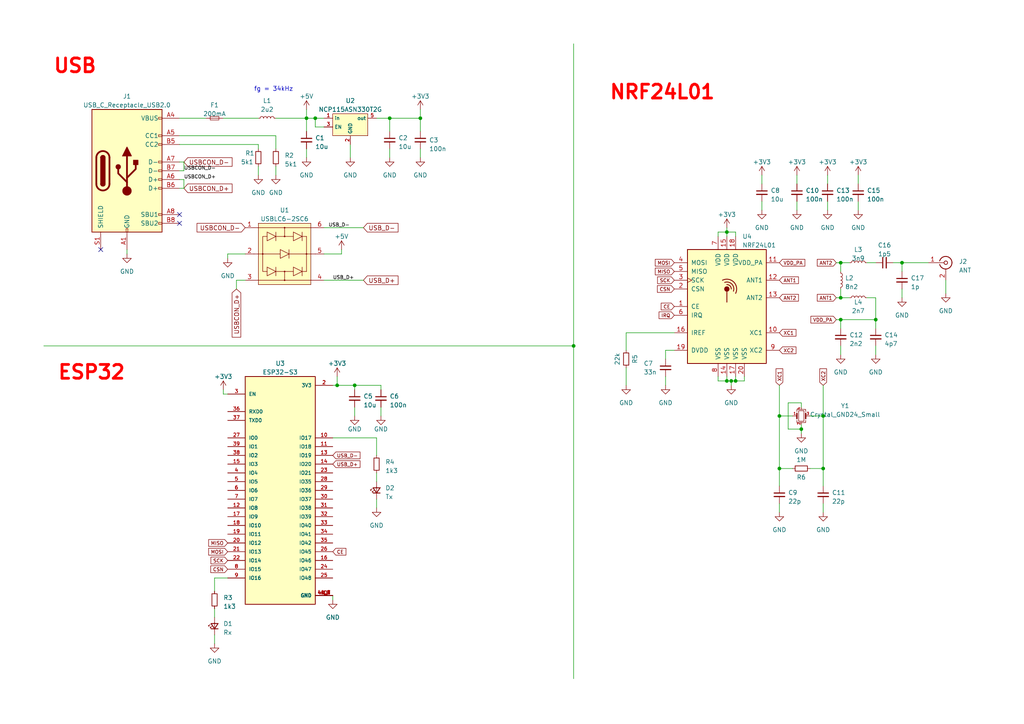
<source format=kicad_sch>
(kicad_sch (version 20230121) (generator eeschema)
  (paper "A4")
  (title_block (title "ESP_RFLINK") (date "31.08.23") (rev "1") (company "Thomas S. Perri"))
  (lib_symbols
    (symbol "Connector:Conn_Coaxial" (pin_names (offset 1.016) hide)
      (property "Reference" "J" (at 0.254 3.048 0))
      (property "Value" "Conn_Coaxial" (at 2.921 0 90))
      (symbol "Conn_Coaxial_0_1"
        (arc (start -1.778 -0.508) (mid 0.2311 -1.8066) (end 1.778 0) (stroke (width 0.254)))
        (polyline (pts (xy -2.54 0) (xy -0.508 0)))
        (polyline (pts (xy 0 -2.54) (xy 0 -1.778)))
        (circle (center 0 0) (radius 0.508) (stroke (width 0.2032)))
        (arc (start 1.778 0) (mid 0.2099 1.8101) (end -1.778 0.508) (stroke (width 0.254)))
      )
      (symbol "Conn_Coaxial_1_1"
        (pin passive line (at -5.08 0 0) (length 2.54) (name "In") (number "1"))
        (pin passive line (at 0 -5.08 90) (length 2.54) (name "Ext") (number "2"))
      )
    )
    (symbol "Connector:USB_C_Receptacle_USB2.0" (pin_names (offset 1.016))
      (property "Reference" "J" (at -10.16 19.05 0))
      (property "Value" "USB_C_Receptacle_USB2.0" (at 19.05 19.05 0))
      (symbol "USB_C_Receptacle_USB2.0_0_0"
        (rectangle (start -0.254 -17.78) (end 0.254 -16.764))
        (rectangle (start 10.16 -14.986) (end 9.144 -15.494))
        (rectangle (start 10.16 -12.446) (end 9.144 -12.954))
        (rectangle (start 10.16 -4.826) (end 9.144 -5.334))
        (rectangle (start 10.16 -2.286) (end 9.144 -2.794))
        (rectangle (start 10.16 0.254) (end 9.144 -0.254))
        (rectangle (start 10.16 2.794) (end 9.144 2.286))
        (rectangle (start 10.16 7.874) (end 9.144 7.366))
        (rectangle (start 10.16 10.414) (end 9.144 9.906))
        (rectangle (start 10.16 15.494) (end 9.144 14.986))
      )
      (symbol "USB_C_Receptacle_USB2.0_0_1"
        (rectangle (start -10.16 17.78) (end 10.16 -17.78) (stroke (width 0.254)) (fill (type background)))
        (arc (start -8.89 -3.81) (mid -6.985 -5.7067) (end -5.08 -3.81) (stroke (width 0.508)))
        (arc (start -7.62 -3.81) (mid -6.985 -4.4423) (end -6.35 -3.81) (stroke (width 0.254)))
        (arc (start -7.62 -3.81) (mid -6.985 -4.4423) (end -6.35 -3.81) (stroke (width 0.254)) (fill (type outline)))
        (rectangle (start -7.62 -3.81) (end -6.35 3.81) (stroke (width 0.254)) (fill (type outline)))
        (arc (start -6.35 3.81) (mid -6.985 4.4423) (end -7.62 3.81) (stroke (width 0.254)))
        (arc (start -6.35 3.81) (mid -6.985 4.4423) (end -7.62 3.81) (stroke (width 0.254)) (fill (type outline)))
        (arc (start -5.08 3.81) (mid -6.985 5.7067) (end -8.89 3.81) (stroke (width 0.508)))
        (circle (center -2.54 1.143) (radius 0.635) (stroke (width 0.254)) (fill (type outline)))
        (circle (center 0 -5.842) (radius 1.27) (fill (type outline)))
        (polyline (pts (xy -8.89 -3.81) (xy -8.89 3.81)) (stroke (width 0.508)))
        (polyline (pts (xy -5.08 3.81) (xy -5.08 -3.81)) (stroke (width 0.508)))
        (polyline (pts (xy 0 -5.842) (xy 0 4.318)) (stroke (width 0.508)))
        (polyline (pts (xy 0 -3.302) (xy -2.54 -0.762) (xy -2.54 0.508)) (stroke (width 0.508)))
        (polyline (pts (xy 0 -2.032) (xy 2.54 0.508) (xy 2.54 1.778)) (stroke (width 0.508)))
        (polyline (pts (xy -1.27 4.318) (xy 0 6.858) (xy 1.27 4.318) (xy -1.27 4.318)) (stroke (width 0.254)) (fill (type outline)))
        (rectangle (start 1.905 1.778) (end 3.175 3.048) (stroke (width 0.254)) (fill (type outline)))
      )
      (symbol "USB_C_Receptacle_USB2.0_1_1"
        (pin passive line (at 0 -22.86 90) (length 5.08) (name "GND") (number "A1"))
        (pin passive line (at 0 -22.86 90) (length 5.08) hide (name "GND") (number "A12"))
        (pin passive line (at 15.24 15.24 180) (length 5.08) (name "VBUS") (number "A4"))
        (pin bidirectional line (at 15.24 10.16 180) (length 5.08) (name "CC1") (number "A5"))
        (pin bidirectional line (at 15.24 -2.54 180) (length 5.08) (name "D+") (number "A6"))
        (pin bidirectional line (at 15.24 2.54 180) (length 5.08) (name "D-") (number "A7"))
        (pin bidirectional line (at 15.24 -12.7 180) (length 5.08) (name "SBU1") (number "A8"))
        (pin passive line (at 15.24 15.24 180) (length 5.08) hide (name "VBUS") (number "A9"))
        (pin passive line (at 0 -22.86 90) (length 5.08) hide (name "GND") (number "B1"))
        (pin passive line (at 0 -22.86 90) (length 5.08) hide (name "GND") (number "B12"))
        (pin passive line (at 15.24 15.24 180) (length 5.08) hide (name "VBUS") (number "B4"))
        (pin bidirectional line (at 15.24 7.62 180) (length 5.08) (name "CC2") (number "B5"))
        (pin bidirectional line (at 15.24 -5.08 180) (length 5.08) (name "D+") (number "B6"))
        (pin bidirectional line (at 15.24 0 180) (length 5.08) (name "D-") (number "B7"))
        (pin bidirectional line (at 15.24 -15.24 180) (length 5.08) (name "SBU2") (number "B8"))
        (pin passive line (at 15.24 15.24 180) (length 5.08) hide (name "VBUS") (number "B9"))
        (pin passive line (at -7.62 -22.86 90) (length 5.08) (name "SHIELD") (number "S1"))
      )
    )
    (symbol "Device:C_Small" (pin_numbers hide) (pin_names (offset 0.254) hide)
      (property "Reference" "C" (at 0.254 1.778 0))
      (property "Value" "C_Small" (at 0.254 -2.032 0))
      (symbol "C_Small_0_1"
        (polyline (pts (xy -1.524 -0.508) (xy 1.524 -0.508)) (stroke (width 0.3302)))
        (polyline (pts (xy -1.524 0.508) (xy 1.524 0.508)) (stroke (width 0.3048)))
      )
      (symbol "C_Small_1_1"
        (pin passive line (at 0 2.54 270) (length 2.032) (name "~") (number "1"))
        (pin passive line (at 0 -2.54 90) (length 2.032) (name "~") (number "2"))
      )
    )
    (symbol "Device:Crystal_GND24_Small" (pin_names (offset 1.016) hide)
      (property "Reference" "Y" (at 1.27 4.445 0))
      (property "Value" "Crystal_GND24_Small" (at 1.27 2.54 0))
      (symbol "Crystal_GND24_Small_0_1"
        (rectangle (start -0.762 -1.524) (end 0.762 1.524))
        (polyline (pts (xy -1.27 -0.762) (xy -1.27 0.762)) (stroke (width 0.381)))
        (polyline (pts (xy 1.27 -0.762) (xy 1.27 0.762)) (stroke (width 0.381)))
        (polyline (pts (xy -1.27 -1.27) (xy -1.27 -1.905) (xy 1.27 -1.905) (xy 1.27 -1.27)))
        (polyline (pts (xy -1.27 1.27) (xy -1.27 1.905) (xy 1.27 1.905) (xy 1.27 1.27)))
      )
      (symbol "Crystal_GND24_Small_1_1"
        (pin passive line (at -2.54 0 0) (length 1.27) (name "1") (number "1"))
        (pin passive line (at 0 -2.54 90) (length 0.635) (name "2") (number "2"))
        (pin passive line (at 2.54 0 180) (length 1.27) (name "3") (number "3"))
        (pin passive line (at 0 2.54 270) (length 0.635) (name "4") (number "4"))
      )
    )
    (symbol "Device:Fuse_Small" (pin_numbers hide) (pin_names (offset 0.254) hide)
      (property "Reference" "F" (at 0 -1.524 0))
      (property "Value" "Fuse_Small" (at 0 1.524 0))
      (symbol "Fuse_Small_0_1"
        (rectangle (start -1.27 0.508) (end 1.27 -0.508))
        (polyline (pts (xy -1.27 0) (xy 1.27 0)))
      )
      (symbol "Fuse_Small_1_1"
        (pin passive line (at -2.54 0 0) (length 1.27) (name "~") (number "1"))
        (pin passive line (at 2.54 0 180) (length 1.27) (name "~") (number "2"))
      )
    )
    (symbol "Device:LED_Small" (pin_numbers hide) (pin_names (offset 0.254) hide)
      (property "Reference" "D" (at -1.27 3.175 0))
      (property "Value" "LED_Small" (at -4.445 -2.54 0))
      (symbol "LED_Small_0_1"
        (polyline (pts (xy -0.762 -1.016) (xy -0.762 1.016)) (stroke (width 0.254)))
        (polyline (pts (xy 1.016 0) (xy -0.762 0)))
        (polyline (pts (xy 0.762 -1.016) (xy -0.762 0) (xy 0.762 1.016) (xy 0.762 -1.016)) (stroke (width 0.254)))
        (polyline (pts (xy 0 0.762) (xy -0.508 1.27) (xy -0.254 1.27) (xy -0.508 1.27) (xy -0.508 1.016)))
        (polyline (pts (xy 0.508 1.27) (xy 0 1.778) (xy 0.254 1.778) (xy 0 1.778) (xy 0 1.524)))
      )
      (symbol "LED_Small_1_1"
        (pin passive line (at -2.54 0 0) (length 1.778) (name "K") (number "1"))
        (pin passive line (at 2.54 0 180) (length 1.778) (name "A") (number "2"))
      )
    )
    (symbol "Device:L_Small" (pin_numbers hide) (pin_names (offset 0.254) hide)
      (property "Reference" "L" (at 0.762 1.016 0))
      (property "Value" "L_Small" (at 0.762 -1.016 0))
      (symbol "L_Small_0_1"
        (arc (start 0 -2.032) (mid 0.5058 -1.524) (end 0 -1.016))
        (arc (start 0 -1.016) (mid 0.5058 -0.508) (end 0 0))
        (arc (start 0 0) (mid 0.5058 0.508) (end 0 1.016))
        (arc (start 0 1.016) (mid 0.5058 1.524) (end 0 2.032))
      )
      (symbol "L_Small_1_1"
        (pin passive line (at 0 2.54 270) (length 0.508) (name "~") (number "1"))
        (pin passive line (at 0 -2.54 90) (length 0.508) (name "~") (number "2"))
      )
    )
    (symbol "Device:R_Small" (pin_numbers hide) (pin_names (offset 0.254) hide)
      (property "Reference" "R" (at 0.762 0.508 0))
      (property "Value" "R_Small" (at 0.762 -1.016 0))
      (symbol "R_Small_0_1"
        (rectangle (start -0.762 1.778) (end 0.762 -1.778) (stroke (width 0.2032)))
      )
      (symbol "R_Small_1_1"
        (pin passive line (at 0 2.54 270) (length 0.762) (name "~") (number "1"))
        (pin passive line (at 0 -2.54 90) (length 0.762) (name "~") (number "2"))
      )
    )
    (symbol "ESP32-S3-WROOM-1-N8R8:ESP32-S3-WROOM-1-N8R8" (pin_names (offset 1.016))
      (property "Reference" "U" (at -10.16 34.1122 0))
      (property "Value" "ESP32-S3" (at -10.16 -35.56 0))
      (symbol "ESP32-S3-WROOM-1-N8R8_0_0"
        (rectangle (start -10.16 33.02) (end 10.16 -33.02) (stroke (width 0.254)) (fill (type background)))
        (pin power_in line (at 15.24 -30.48 180) (length 5.08) (name "GND") (number "1"))
        (pin bidirectional line (at 15.24 15.24 180) (length 5.08) (name "IO17") (number "10"))
        (pin bidirectional line (at 15.24 12.7 180) (length 5.08) (name "IO18") (number "11"))
        (pin bidirectional line (at -15.24 -5.08 0) (length 5.08) (name "IO8") (number "12"))
        (pin bidirectional line (at 15.24 10.16 180) (length 5.08) (name "IO19") (number "13"))
        (pin bidirectional line (at 15.24 7.62 180) (length 5.08) (name "IO20") (number "14"))
        (pin bidirectional line (at -15.24 7.62 0) (length 5.08) (name "IO3") (number "15"))
        (pin bidirectional line (at 15.24 -20.32 180) (length 5.08) (name "IO46") (number "16"))
        (pin bidirectional line (at -15.24 -7.62 0) (length 5.08) (name "IO9") (number "17"))
        (pin bidirectional line (at -15.24 -10.16 0) (length 5.08) (name "IO10") (number "18"))
        (pin bidirectional line (at -15.24 -12.7 0) (length 5.08) (name "IO11") (number "19"))
        (pin power_in line (at 15.24 30.48 180) (length 5.08) (name "3V3") (number "2"))
        (pin bidirectional line (at -15.24 -15.24 0) (length 5.08) (name "IO12") (number "20"))
        (pin bidirectional line (at -15.24 -17.78 0) (length 5.08) (name "IO13") (number "21"))
        (pin bidirectional line (at -15.24 -20.32 0) (length 5.08) (name "IO14") (number "22"))
        (pin bidirectional line (at 15.24 5.08 180) (length 5.08) (name "IO21") (number "23"))
        (pin bidirectional line (at 15.24 -22.86 180) (length 5.08) (name "IO47") (number "24"))
        (pin bidirectional line (at 15.24 -25.4 180) (length 5.08) (name "IO48") (number "25"))
        (pin bidirectional line (at 15.24 -17.78 180) (length 5.08) (name "IO45") (number "26"))
        (pin bidirectional line (at -15.24 15.24 0) (length 5.08) (name "IO0") (number "27"))
        (pin bidirectional line (at 15.24 2.54 180) (length 5.08) (name "IO35") (number "28"))
        (pin bidirectional line (at 15.24 0 180) (length 5.08) (name "IO36") (number "29"))
        (pin input line (at -15.24 27.94 0) (length 5.08) (name "EN") (number "3"))
        (pin bidirectional line (at 15.24 -2.54 180) (length 5.08) (name "IO37") (number "30"))
        (pin bidirectional line (at 15.24 -5.08 180) (length 5.08) (name "IO38") (number "31"))
        (pin bidirectional line (at 15.24 -7.62 180) (length 5.08) (name "IO39") (number "32"))
        (pin bidirectional line (at 15.24 -10.16 180) (length 5.08) (name "IO40") (number "33"))
        (pin bidirectional line (at 15.24 -12.7 180) (length 5.08) (name "IO41") (number "34"))
        (pin bidirectional line (at 15.24 -15.24 180) (length 5.08) (name "IO42") (number "35"))
        (pin bidirectional line (at -15.24 22.86 0) (length 5.08) (name "RXD0") (number "36"))
        (pin bidirectional line (at -15.24 20.32 0) (length 5.08) (name "TXD0") (number "37"))
        (pin bidirectional line (at -15.24 10.16 0) (length 5.08) (name "IO2") (number "38"))
        (pin bidirectional line (at -15.24 12.7 0) (length 5.08) (name "IO1") (number "39"))
        (pin bidirectional line (at -15.24 5.08 0) (length 5.08) (name "IO4") (number "4"))
        (pin power_in line (at 15.24 -30.48 180) (length 5.08) (name "GND") (number "40"))
        (pin power_in line (at 15.24 -30.48 180) (length 5.08) (name "GND") (number "41_1"))
        (pin power_in line (at 15.24 -30.48 180) (length 5.08) (name "GND") (number "41_2"))
        (pin power_in line (at 15.24 -30.48 180) (length 5.08) (name "GND") (number "41_3"))
        (pin power_in line (at 15.24 -30.48 180) (length 5.08) (name "GND") (number "41_4"))
        (pin power_in line (at 15.24 -30.48 180) (length 5.08) (name "GND") (number "41_5"))
        (pin power_in line (at 15.24 -30.48 180) (length 5.08) (name "GND") (number "41_6"))
        (pin power_in line (at 15.24 -30.48 180) (length 5.08) (name "GND") (number "41_7"))
        (pin power_in line (at 15.24 -30.48 180) (length 5.08) (name "GND") (number "41_8"))
        (pin power_in line (at 15.24 -30.48 180) (length 5.08) (name "GND") (number "41_9"))
        (pin bidirectional line (at -15.24 2.54 0) (length 5.08) (name "IO5") (number "5"))
        (pin bidirectional line (at -15.24 0 0) (length 5.08) (name "IO6") (number "6"))
        (pin bidirectional line (at -15.24 -2.54 0) (length 5.08) (name "IO7") (number "7"))
        (pin bidirectional line (at -15.24 -22.86 0) (length 5.08) (name "IO15") (number "8"))
        (pin bidirectional line (at -15.24 -25.4 0) (length 5.08) (name "IO16") (number "9"))
      )
    )
    (symbol "NCP115ASN330T2G:NCP115ASN330T2G"
      (property "Reference" "U" (at -6.35 3.81 0))
      (property "Value" "NCP115ASN330T2G" (at 1.27 6.35 0))
      (symbol "NCP115ASN330T2G_0_1"
        (rectangle (start -5.08 2.54) (end 5.08 -3.81) (fill (type background)))
      )
      (symbol "NCP115ASN330T2G_1_1"
        (pin input line (at -7.62 1.27 0) (length 2.54) (name "in") (number "1"))
        (pin input line (at 0 -6.35 90) (length 2.54) (name "GND") (number "2"))
        (pin input line (at -7.62 -1.27 0) (length 2.54) (name "EN") (number "3"))
        (pin output line (at 7.62 1.27 180) (length 2.54) (name "out") (number "5"))
      )
    )
    (symbol "RF:NRF24L01" (pin_names (offset 1.016))
      (property "Reference" "U" (at -11.43 17.78 0))
      (property "Value" "NRF24L01" (at 5.08 17.78 0))
      (symbol "NRF24L01_0_1"
        (rectangle (start -11.43 16.51) (end 11.43 -16.51) (stroke (width 0.254)) (fill (type background)))
        (polyline (pts (xy 0 4.445) (xy 0 1.27)) (stroke (width 0.254)))
        (circle (center 0 5.08) (radius 0.635) (stroke (width 0.254)) (fill (type outline)))
        (arc (start 1.27 5.08) (mid 0.9071 5.9946) (end 0 6.35) (stroke (width 0.254)))
        (arc (start 1.905 4.445) (mid 1.4313 6.5254) (end -0.635 6.985) (stroke (width 0.254)))
        (arc (start 2.54 3.81) (mid 2.008 7.088) (end -1.27 7.62) (stroke (width 0.254)))
        (rectangle (start 11.43 -13.97) (end 11.43 -13.97))
      )
      (symbol "NRF24L01_1_1"
        (pin input line (at -15.24 0 0) (length 3.81) (name "CE") (number "1"))
        (pin passive line (at 15.24 -7.62 180) (length 3.81) (name "XC1") (number "10"))
        (pin power_out line (at 15.24 12.7 180) (length 3.81) (name "VDD_PA") (number "11"))
        (pin passive line (at 15.24 7.62 180) (length 3.81) (name "ANT1") (number "12"))
        (pin passive line (at 15.24 2.54 180) (length 3.81) (name "ANT2") (number "13"))
        (pin power_in line (at 0 -20.32 90) (length 3.81) (name "VSS") (number "14"))
        (pin power_in line (at 0 20.32 270) (length 3.81) (name "VDD") (number "15"))
        (pin passive line (at -15.24 -7.62 0) (length 3.81) (name "IREF") (number "16"))
        (pin power_in line (at 2.54 -20.32 90) (length 3.81) (name "VSS") (number "17"))
        (pin power_in line (at 2.54 20.32 270) (length 3.81) (name "VDD") (number "18"))
        (pin power_out line (at -15.24 -12.7 0) (length 3.81) (name "DVDD") (number "19"))
        (pin input line (at -15.24 5.08 0) (length 3.81) (name "CSN") (number "2"))
        (pin power_in line (at 5.08 -20.32 90) (length 3.81) (name "VSS") (number "20"))
        (pin input clock (at -15.24 7.62 0) (length 3.81) (name "SCK") (number "3"))
        (pin input line (at -15.24 12.7 0) (length 3.81) (name "MOSI") (number "4"))
        (pin output line (at -15.24 10.16 0) (length 3.81) (name "MISO") (number "5"))
        (pin output line (at -15.24 -2.54 0) (length 3.81) (name "IRQ") (number "6"))
        (pin power_in line (at -2.54 20.32 270) (length 3.81) (name "VDD") (number "7"))
        (pin power_in line (at -2.54 -20.32 90) (length 3.81) (name "VSS") (number "8"))
        (pin passive line (at 15.24 -12.7 180) (length 3.81) (name "XC2") (number "9"))
      )
    )
    (symbol "USBLC6-2SC6:USBLC6-2SC6" (pin_names (offset 1.016) hide)
      (property "Reference" "U" (at -7.62 7.62 0))
      (property "Value" "USBLC6-2SC6" (at -6.35 -12.7 0))
      (symbol "USBLC6-2SC6_0_1"
        (rectangle (start -7.62 7.62) (end 7.62 -10.16) (fill (type background)))
        (circle (center -6.35 -1.27) (radius 0.156))
        (circle (center 0 -8.89) (radius 0.156))
        (circle (center 0 -6.35) (radius 0.156))
        (polyline (pts (xy -8.89 6.35) (xy -6.35 6.35)))
        (polyline (pts (xy -6.35 -8.89) (xy -8.89 -8.89)))
        (polyline (pts (xy -6.35 -8.89) (xy 6.35 -8.89)))
        (polyline (pts (xy -6.35 -1.27) (xy -8.89 -1.27)))
        (polyline (pts (xy -2.54 -7.62) (xy -2.54 -5.08)))
        (polyline (pts (xy -2.54 2.54) (xy -2.54 5.08)))
        (polyline (pts (xy 0 -6.35) (xy 0 -8.89)))
        (polyline (pts (xy 0 3.81) (xy 0 6.35)))
        (polyline (pts (xy 1.27 -2.54) (xy 1.27 0)))
        (polyline (pts (xy 1.27 -1.27) (xy 6.35 -1.27)))
        (polyline (pts (xy 2.54 3.81) (xy -2.54 3.81)))
        (polyline (pts (xy 5.08 -7.62) (xy 5.08 -5.08)))
        (polyline (pts (xy 5.08 2.54) (xy 5.08 5.08)))
        (polyline (pts (xy 5.08 3.81) (xy 6.35 3.81)))
        (polyline (pts (xy 6.35 -6.35) (xy 5.08 -6.35)))
        (polyline (pts (xy 6.35 6.35) (xy -6.35 6.35)))
        (polyline (pts (xy 6.35 6.35) (xy 8.89 6.35)))
        (polyline (pts (xy 8.89 -8.89) (xy 6.35 -8.89)))
        (polyline (pts (xy 8.89 -1.27) (xy 6.35 -1.27)))
        (polyline (pts (xy -5.08 -6.35) (xy -6.35 -6.35) (xy -6.35 -1.27)))
        (polyline (pts (xy 6.35 1.27) (xy 6.35 3.81) (xy 6.35 -6.35)))
        (polyline (pts (xy -5.08 -5.08) (xy -2.54 -6.35) (xy -5.08 -7.62) (xy -5.08 -5.08)))
        (polyline (pts (xy -5.08 5.08) (xy -2.54 3.81) (xy -5.08 2.54) (xy -5.08 5.08)))
        (polyline (pts (xy -1.27 -1.27) (xy -6.35 -1.27) (xy -6.35 3.81) (xy -5.08 3.81)))
        (polyline (pts (xy -1.27 0) (xy 1.27 -1.27) (xy -1.27 -2.54) (xy -1.27 0)))
        (polyline (pts (xy 2.54 -6.35) (xy -2.54 -6.35) (xy 2.54 -6.35) (xy -2.54 -6.35)))
        (polyline (pts (xy 2.54 -5.08) (xy 5.08 -6.35) (xy 2.54 -7.62) (xy 2.54 -5.08)))
        (polyline (pts (xy 2.54 5.08) (xy 5.08 3.81) (xy 2.54 2.54) (xy 2.54 5.08)))
        (circle (center 0 3.81) (radius 0.156))
        (circle (center 0 6.35) (radius 0.156))
        (circle (center 6.35 -1.27) (radius 0.156))
      )
      (symbol "USBLC6-2SC6_1_1"
        (pin bidirectional line (at -11.43 6.35 0) (length 2.54) (name "") (number "1"))
        (pin power_in line (at -11.43 -1.27 0) (length 2.54) (name "") (number "2"))
        (pin bidirectional line (at -11.43 -8.89 0) (length 2.54) (name "") (number "3"))
        (pin bidirectional line (at 11.43 -8.89 180) (length 2.54) (name "") (number "4"))
        (pin power_in line (at 11.43 -1.27 180) (length 2.54) (name "") (number "5"))
        (pin bidirectional line (at 11.43 6.35 180) (length 2.54) (name "") (number "6"))
      )
    )
    (symbol "power:+3V3" (power) (pin_names (offset 0))
      (property "Value" "+3V3" (at 0 3.556 0))
      (symbol "+3V3_0_1"
        (polyline (pts (xy -0.762 1.27) (xy 0 2.54)))
        (polyline (pts (xy 0 0) (xy 0 2.54)))
        (polyline (pts (xy 0 2.54) (xy 0.762 1.27)))
      )
      (symbol "+3V3_1_1"
        (pin power_in line (at 0 0 90) (length 0) hide (name "+3V3") (number "1"))
      )
    )
    (symbol "power:+5V" (power) (pin_names (offset 0))
      (property "Value" "+5V" (at 0 3.556 0))
      (symbol "+5V_0_1"
        (polyline (pts (xy -0.762 1.27) (xy 0 2.54)))
        (polyline (pts (xy 0 0) (xy 0 2.54)))
        (polyline (pts (xy 0 2.54) (xy 0.762 1.27)))
      )
      (symbol "+5V_1_1"
        (pin power_in line (at 0 0 90) (length 0) hide (name "+5V") (number "1"))
      )
    )
    (symbol "power:GND" (power) (pin_names (offset 0))
      (property "Value" "GND" (at 0 -3.81 0))
      (symbol "GND_0_1"
        (polyline (pts (xy 0 0) (xy 0 -1.27) (xy 1.27 -1.27) (xy 0 -2.54) (xy -1.27 -1.27) (xy 0 -1.27)))
      )
      (symbol "GND_1_1"
        (pin power_in line (at 0 0 270) (length 0) hide (name "GND") (number "1"))
      )
    )
  )
  (junction (at 243.84 76.2))
  (junction (at 243.84 86.36))
  (junction (at 261.62 76.2))
  (junction (at 113.03 34.29))
  (junction (at 238.76 120.65))
  (junction (at 226.06 135.89))
  (junction (at 210.82 110.49))
  (junction (at 213.36 110.49))
  (junction (at 121.92 34.29))
  (junction (at 210.82 67.31))
  (junction (at 226.06 120.65))
  (junction (at 102.87 111.76))
  (junction (at 243.84 92.71))
  (junction (at 91.44 34.29))
  (junction (at 97.79 111.76))
  (junction (at 88.9 34.29))
  (junction (at 254 92.71))
  (junction (at 212.09 110.49))
  (junction (at 166.37 100.33))
  (junction (at 238.76 135.89))
  (junction (at 232.41 124.46))
  (no_connect (at 52.07 64.77))
  (no_connect (at 52.07 62.23))
  (no_connect (at 29.21 72.39))
  (wire (pts (xy 105.41 66.04) (xy 93.98 66.04)))
  (wire (pts (xy 36.83 72.39) (xy 36.83 73.66)))
  (wire (pts (xy 213.36 67.31) (xy 210.82 67.31)))
  (wire (pts (xy 62.23 176.53) (xy 62.23 179.07)))
  (wire (pts (xy 261.62 83.82) (xy 261.62 86.36)))
  (wire (pts (xy 102.87 111.76) (xy 102.87 113.03)))
  (wire (pts (xy 113.03 38.1) (xy 113.03 34.29)))
  (wire (pts (xy 166.37 100.33) (xy 166.37 196.85)))
  (wire (pts (xy 12.7 100.33) (xy 166.37 100.33)))
  (wire (pts (xy 259.08 76.2) (xy 261.62 76.2)))
  (wire (pts (xy 62.23 184.15) (xy 62.23 186.69)))
  (wire (pts (xy 243.84 86.36) (xy 243.84 83.82)))
  (wire (pts (xy 121.92 38.1) (xy 121.92 34.29)))
  (wire (pts (xy 88.9 34.29) (xy 88.9 31.75)))
  (wire (pts (xy 52.07 34.29) (xy 59.69 34.29)))
  (wire (pts (xy 91.44 34.29) (xy 93.98 34.29)))
  (wire (pts (xy 74.93 48.26) (xy 74.93 50.8)))
  (wire (pts (xy 215.9 109.22) (xy 215.9 110.49)))
  (wire (pts (xy 228.6 124.46) (xy 232.41 124.46)))
  (wire (pts (xy 97.79 109.22) (xy 97.79 111.76)))
  (wire (pts (xy 208.28 110.49) (xy 208.28 109.22)))
  (wire (pts (xy 93.98 36.83) (xy 91.44 36.83)))
  (wire (pts (xy 52.07 52.07) (xy 53.34 52.07)))
  (wire (pts (xy 91.44 36.83) (xy 91.44 34.29)))
  (wire (pts (xy 238.76 120.65) (xy 238.76 135.89)))
  (wire (pts (xy 234.95 120.65) (xy 238.76 120.65)))
  (wire (pts (xy 109.22 137.16) (xy 109.22 139.7)))
  (wire (pts (xy 226.06 135.89) (xy 226.06 140.97)))
  (wire (pts (xy 243.84 92.71) (xy 243.84 95.25)))
  (wire (pts (xy 213.36 68.58) (xy 213.36 67.31)))
  (wire (pts (xy 52.07 49.53) (xy 53.34 49.53)))
  (wire (pts (xy 261.62 76.2) (xy 269.24 76.2)))
  (wire (pts (xy 243.84 76.2) (xy 246.38 76.2)))
  (wire (pts (xy 52.07 46.99) (xy 53.34 46.99)))
  (wire (pts (xy 96.52 127) (xy 109.22 127)))
  (wire (pts (xy 242.57 76.2) (xy 243.84 76.2)))
  (wire (pts (xy 80.01 43.18) (xy 80.01 39.37)))
  (wire (pts (xy 226.06 120.65) (xy 229.87 120.65)))
  (wire (pts (xy 213.36 109.22) (xy 213.36 110.49)))
  (wire (pts (xy 212.09 111.76) (xy 212.09 110.49)))
  (wire (pts (xy 274.32 81.28) (xy 274.32 85.09)))
  (wire (pts (xy 261.62 78.74) (xy 261.62 76.2)))
  (wire (pts (xy 243.84 76.2) (xy 243.84 78.74)))
  (wire (pts (xy 96.52 172.72) (xy 96.52 173.99)))
  (wire (pts (xy 68.58 81.28) (xy 71.12 81.28)))
  (wire (pts (xy 251.46 76.2) (xy 254 76.2)))
  (wire (pts (xy 232.41 124.46) (xy 232.41 125.73)))
  (wire (pts (xy 80.01 34.29) (xy 88.9 34.29)))
  (wire (pts (xy 105.41 81.28) (xy 93.98 81.28)))
  (wire (pts (xy 210.82 66.04) (xy 210.82 67.31)))
  (wire (pts (xy 52.07 54.61) (xy 53.34 54.61)))
  (wire (pts (xy 234.95 135.89) (xy 238.76 135.89)))
  (wire (pts (xy 64.77 34.29) (xy 74.93 34.29)))
  (wire (pts (xy 195.58 101.6) (xy 193.04 101.6)))
  (wire (pts (xy 220.98 58.42) (xy 220.98 60.96)))
  (wire (pts (xy 248.92 50.8) (xy 248.92 53.34)))
  (wire (pts (xy 210.82 67.31) (xy 210.82 68.58)))
  (wire (pts (xy 212.09 110.49) (xy 210.82 110.49)))
  (wire (pts (xy 110.49 118.11) (xy 110.49 120.65)))
  (wire (pts (xy 215.9 110.49) (xy 213.36 110.49)))
  (wire (pts (xy 220.98 50.8) (xy 220.98 53.34)))
  (wire (pts (xy 68.58 83.82) (xy 68.58 81.28)))
  (wire (pts (xy 99.06 73.66) (xy 93.98 73.66)))
  (wire (pts (xy 226.06 146.05) (xy 226.06 148.59)))
  (wire (pts (xy 251.46 86.36) (xy 254 86.36)))
  (wire (pts (xy 226.06 111.76) (xy 226.06 120.65)))
  (wire (pts (xy 240.03 50.8) (xy 240.03 53.34)))
  (wire (pts (xy 243.84 100.33) (xy 243.84 102.87)))
  (wire (pts (xy 242.57 92.71) (xy 243.84 92.71)))
  (wire (pts (xy 213.36 110.49) (xy 212.09 110.49)))
  (wire (pts (xy 210.82 110.49) (xy 208.28 110.49)))
  (wire (pts (xy 226.06 120.65) (xy 226.06 135.89)))
  (wire (pts (xy 243.84 92.71) (xy 254 92.71)))
  (wire (pts (xy 53.34 46.99) (xy 53.34 49.53)))
  (wire (pts (xy 166.37 12.7) (xy 166.37 100.33)))
  (wire (pts (xy 102.87 118.11) (xy 102.87 120.65)))
  (wire (pts (xy 208.28 68.58) (xy 208.28 67.31)))
  (wire (pts (xy 254 100.33) (xy 254 102.87)))
  (wire (pts (xy 238.76 135.89) (xy 238.76 140.97)))
  (wire (pts (xy 110.49 111.76) (xy 102.87 111.76)))
  (wire (pts (xy 232.41 118.11) (xy 232.41 116.84)))
  (wire (pts (xy 113.03 34.29) (xy 109.22 34.29)))
  (wire (pts (xy 254 86.36) (xy 254 92.71)))
  (wire (pts (xy 71.12 73.66) (xy 66.04 73.66)))
  (wire (pts (xy 240.03 58.42) (xy 240.03 60.96)))
  (wire (pts (xy 99.06 72.39) (xy 99.06 73.66)))
  (wire (pts (xy 195.58 96.52) (xy 181.61 96.52)))
  (wire (pts (xy 246.38 86.36) (xy 243.84 86.36)))
  (wire (pts (xy 231.14 50.8) (xy 231.14 53.34)))
  (wire (pts (xy 52.07 41.91) (xy 74.93 41.91)))
  (wire (pts (xy 101.6 41.91) (xy 101.6 45.72)))
  (wire (pts (xy 62.23 167.64) (xy 66.04 167.64)))
  (wire (pts (xy 238.76 111.76) (xy 238.76 120.65)))
  (wire (pts (xy 181.61 106.68) (xy 181.61 111.76)))
  (wire (pts (xy 64.77 114.3) (xy 66.04 114.3)))
  (wire (pts (xy 64.77 113.03) (xy 64.77 114.3)))
  (wire (pts (xy 210.82 109.22) (xy 210.82 110.49)))
  (wire (pts (xy 242.57 86.36) (xy 243.84 86.36)))
  (wire (pts (xy 113.03 43.18) (xy 113.03 45.72)))
  (wire (pts (xy 121.92 31.75) (xy 121.92 34.29)))
  (wire (pts (xy 80.01 39.37) (xy 52.07 39.37)))
  (wire (pts (xy 121.92 43.18) (xy 121.92 45.72)))
  (wire (pts (xy 228.6 116.84) (xy 228.6 124.46)))
  (wire (pts (xy 254 92.71) (xy 254 95.25)))
  (wire (pts (xy 88.9 34.29) (xy 91.44 34.29)))
  (wire (pts (xy 80.01 48.26) (xy 80.01 50.8)))
  (wire (pts (xy 88.9 43.18) (xy 88.9 45.72)))
  (wire (pts (xy 113.03 34.29) (xy 121.92 34.29)))
  (wire (pts (xy 193.04 101.6) (xy 193.04 104.14)))
  (wire (pts (xy 238.76 146.05) (xy 238.76 148.59)))
  (wire (pts (xy 74.93 41.91) (xy 74.93 43.18)))
  (wire (pts (xy 66.04 73.66) (xy 66.04 74.93)))
  (wire (pts (xy 109.22 127) (xy 109.22 132.08)))
  (wire (pts (xy 110.49 113.03) (xy 110.49 111.76)))
  (wire (pts (xy 88.9 34.29) (xy 88.9 38.1)))
  (wire (pts (xy 226.06 135.89) (xy 229.87 135.89)))
  (wire (pts (xy 97.79 111.76) (xy 96.52 111.76)))
  (wire (pts (xy 181.61 96.52) (xy 181.61 101.6)))
  (wire (pts (xy 109.22 144.78) (xy 109.22 147.32)))
  (wire (pts (xy 62.23 171.45) (xy 62.23 167.64)))
  (wire (pts (xy 232.41 123.19) (xy 232.41 124.46)))
  (wire (pts (xy 193.04 109.22) (xy 193.04 111.76)))
  (wire (pts (xy 248.92 58.42) (xy 248.92 60.96)))
  (wire (pts (xy 53.34 52.07) (xy 53.34 54.61)))
  (wire (pts (xy 102.87 111.76) (xy 97.79 111.76)))
  (wire (pts (xy 232.41 116.84) (xy 228.6 116.84)))
  (wire (pts (xy 231.14 58.42) (xy 231.14 60.96)))
  (wire (pts (xy 208.28 67.31) (xy 210.82 67.31)))
  (text "ESP32" (at 16.51 110.49 0) (effects (font (size 4 4) (thickness 0.8) bold) (justify left bottom)))
  (text "fg = 34kHz" (at 73.66 26.67 0) (effects (font (size 1.27 1.27)) (justify left bottom)))
  (text "USB\n" (at 15.24 21.59 0) (effects (font (size 4 4) (thickness 0.8) bold) (justify left bottom)))
  (text "NRF24L01\n" (at 176.53 29.21 0) (effects (font (size 4 4) (thickness 0.8) bold) (justify left bottom)))
  (label "USBCON_D+" (at 53.34 52.07 0) (effects (font (size 1 1))))
  (label "USBCON_D-" (at 53.34 49.53 0) (effects (font (size 1 1))))
  (label "USB_D-" (at 95.25 66.04 0) (effects (font (size 1 1))))
  (label "USB_D+" (at 96.52 81.28 0) (effects (font (size 1 1))))
  (global_label "USB_D-" (shape input) (at 105.41 66.04 0) (property "Intersheetrefs" "${INTERSHEET_REFS}" (effects hide)))
  (global_label "VDD_PA" (shape input) (at 226.06 76.2 0) (effects (font (size 1 1))) (property "Intersheetrefs" "${INTERSHEET_REFS}" (effects hide)))
  (global_label "ANT2" (shape input) (at 242.57 76.2 180) (effects (font (size 1 1))) (property "Intersheetrefs" "${INTERSHEET_REFS}" (effects hide)))
  (global_label "ANT1" (shape input) (at 226.06 81.28 0) (effects (font (size 1 1))) (property "Intersheetrefs" "${INTERSHEET_REFS}" (effects hide)))
  (global_label "USB_D-" (shape input) (at 96.52 132.08 0) (effects (font (size 1 1))) (property "Intersheetrefs" "${INTERSHEET_REFS}" (effects hide)))
  (global_label "ANT1" (shape input) (at 242.57 86.36 180) (effects (font (size 1 1))) (property "Intersheetrefs" "${INTERSHEET_REFS}" (effects hide)))
  (global_label "USBCON_D-" (shape input) (at 71.12 66.04 180) (property "Intersheetrefs" "${INTERSHEET_REFS}" (effects hide)))
  (global_label "IRQ" (shape input) (at 195.58 91.44 180) (effects (font (size 1 1))) (property "Intersheetrefs" "${INTERSHEET_REFS}" (effects hide)))
  (global_label "USBCON_D-" (shape input) (at 53.34 46.99 0) (property "Intersheetrefs" "${INTERSHEET_REFS}" (effects hide)))
  (global_label "USB_D+" (shape input) (at 105.41 81.28 0) (property "Intersheetrefs" "${INTERSHEET_REFS}" (effects hide)))
  (global_label "SCK" (shape input) (at 66.04 162.56 180) (effects (font (size 1 1))) (property "Intersheetrefs" "${INTERSHEET_REFS}" (effects hide)))
  (global_label "XC2" (shape input) (at 226.06 101.6 0) (effects (font (size 1 1))) (property "Intersheetrefs" "${INTERSHEET_REFS}" (effects hide)))
  (global_label "CE" (shape input) (at 195.58 88.9 180) (effects (font (size 1 1))) (property "Intersheetrefs" "${INTERSHEET_REFS}" (effects hide)))
  (global_label "MOSI" (shape input) (at 66.04 160.02 180) (effects (font (size 1 1))) (property "Intersheetrefs" "${INTERSHEET_REFS}" (effects hide)))
  (global_label "XC2" (shape input) (at 238.76 111.76 90) (effects (font (size 1 1))) (property "Intersheetrefs" "${INTERSHEET_REFS}" (effects hide)))
  (global_label "ANT2" (shape input) (at 226.06 86.36 0) (effects (font (size 1 1))) (property "Intersheetrefs" "${INTERSHEET_REFS}" (effects hide)))
  (global_label "MOSI" (shape input) (at 195.58 76.2 180) (effects (font (size 1 1))) (property "Intersheetrefs" "${INTERSHEET_REFS}" (effects hide)))
  (global_label "MISO" (shape input) (at 66.04 157.48 180) (effects (font (size 1 1))) (property "Intersheetrefs" "${INTERSHEET_REFS}" (effects hide)))
  (global_label "XC1" (shape input) (at 226.06 96.52 0) (effects (font (size 1 1))) (property "Intersheetrefs" "${INTERSHEET_REFS}" (effects hide)))
  (global_label "CE" (shape input) (at 96.52 160.02 0) (effects (font (size 1 1))) (property "Intersheetrefs" "${INTERSHEET_REFS}" (effects hide)))
  (global_label "XC1" (shape input) (at 226.06 111.76 90) (effects (font (size 1 1))) (property "Intersheetrefs" "${INTERSHEET_REFS}" (effects hide)))
  (global_label "CSN" (shape input) (at 66.04 165.1 180) (effects (font (size 1 1))) (property "Intersheetrefs" "${INTERSHEET_REFS}" (effects hide)))
  (global_label "SCK" (shape input) (at 195.58 81.28 180) (effects (font (size 1 1))) (property "Intersheetrefs" "${INTERSHEET_REFS}" (effects hide)))
  (global_label "CSN" (shape input) (at 195.58 83.82 180) (effects (font (size 1 1))) (property "Intersheetrefs" "${INTERSHEET_REFS}" (effects hide)))
  (global_label "USB_D+" (shape input) (at 96.52 134.62 0) (effects (font (size 1 1))) (property "Intersheetrefs" "${INTERSHEET_REFS}" (effects hide)))
  (global_label "VDD_PA" (shape input) (at 242.57 92.71 180) (effects (font (size 1 1))) (property "Intersheetrefs" "${INTERSHEET_REFS}" (effects hide)))
  (global_label "USBCON_D+" (shape input) (at 68.58 83.82 270) (property "Intersheetrefs" "${INTERSHEET_REFS}" (effects hide)))
  (global_label "USBCON_D+" (shape input) (at 53.34 54.61 0) (property "Intersheetrefs" "${INTERSHEET_REFS}" (effects hide)))
  (global_label "MISO" (shape input) (at 195.58 78.74 180) (effects (font (size 1 1))) (property "Intersheetrefs" "${INTERSHEET_REFS}" (effects hide)))
  (symbol (lib_id "Device:C_Small") (at 193.04 106.68 0) (unit 1)
    (property "Reference" "C7" (at 186.69 105.41 0) (effects (justify left)))
    (property "Value" "33n" (at 186.69 107.95 0) (effects (justify left)))
    (property "Footprint" "Capacitor_SMD:C_0402_1005Metric_Pad0.74x0.62mm_HandSolder" (effects hide))
  )
  (symbol (lib_id "power:+3V3") (at 121.92 31.75 0) (unit 1)
    (property "Reference" "#PWR013" (effects hide))
    (property "Value" "+3V3" (at 121.92 27.94 0))
  )
  (symbol (lib_id "power:+3V3") (at 97.79 109.22 0) (unit 1)
    (property "Reference" "#PWR016" (effects hide))
    (property "Value" "+3V3" (at 97.79 105.41 0))
  )
  (symbol (lib_id "power:GND") (at 102.87 120.65 0) (unit 1)
    (property "Reference" "#PWR017" (effects hide))
    (property "Value" "GND" (at 102.87 124.46 0))
  )
  (symbol (lib_id "USBLC6-2SC6:USBLC6-2SC6") (at 82.55 72.39 0) (unit 1)
    (property "Reference" "U1" (at 82.55 60.96 0))
    (property "Value" "USBLC6-2SC6" (at 82.55 63.5 0))
    (property "Footprint" "Package_TO_SOT_SMD:SOT-23-6_Handsoldering" (effects hide))
    (property "PURCHASE-URL" "https://pricing.snapeda.com/search/part/USBLC6-2SC6/?ref=eda" (effects hide))
    (property "DESCRIPTION" "17V Clamp 5A (8/20µs) Ipp Tvs Diode Surface Mount SOT-23-6" (effects hide))
    (property "MP" "USBLC6-2SC6" (effects hide))
    (property "PACKAGE" "SOT-23-6 STMicroelectronics" (effects hide))
    (property "AVAILABILITY" "In Stock" (effects hide))
    (property "PRICE" "None" (effects hide))
    (property "MF" "STMicroelectronics" (effects hide))
  )
  (symbol (lib_id "power:+5V") (at 88.9 31.75 0) (unit 1)
    (property "Reference" "#PWR04" (effects hide))
    (property "Value" "+5V" (at 88.9 27.94 0))
  )
  (symbol (lib_id "Device:C_Small") (at 248.92 55.88 0) (unit 1)
    (property "Reference" "C15" (at 251.46 55.2513 0) (effects (justify left)))
    (property "Value" "100n" (at 251.46 57.7913 0) (effects (justify left)))
    (property "Footprint" "Capacitor_SMD:C_0402_1005Metric_Pad0.74x0.62mm_HandSolder" (effects hide))
  )
  (symbol (lib_id "Device:L_Small") (at 77.47 34.29 90) (unit 1)
    (property "Reference" "L1" (at 77.47 29.21 90))
    (property "Value" "2u2" (at 77.47 31.75 90))
    (property "Footprint" "Inductor_SMD:L_0603_1608Metric_Pad1.05x0.95mm_HandSolder" (effects hide))
  )
  (symbol (lib_id "power:GND") (at 243.84 102.87 0) (unit 1)
    (property "Reference" "#PWR031" (effects hide))
    (property "Value" "GND" (at 243.84 107.95 0))
  )
  (symbol (lib_id "power:GND") (at 240.03 60.96 0) (unit 1)
    (property "Reference" "#PWR033" (effects hide))
    (property "Value" "GND" (at 240.03 66.04 0))
  )
  (symbol (lib_id "Device:C_Small") (at 226.06 143.51 0) (unit 1)
    (property "Reference" "C9" (at 228.6 142.8813 0) (effects (justify left)))
    (property "Value" "22p" (at 228.6 145.4213 0) (effects (justify left)))
    (property "Footprint" "Capacitor_SMD:C_0402_1005Metric_Pad0.74x0.62mm_HandSolder" (effects hide))
  )
  (symbol (lib_id "power:GND") (at 181.61 111.76 0) (unit 1)
    (property "Reference" "#PWR020" (effects hide))
    (property "Value" "GND" (at 181.61 116.84 0))
  )
  (symbol (lib_id "power:+3V3") (at 220.98 50.8 0) (unit 1)
    (property "Reference" "#PWR024" (effects hide))
    (property "Value" "+3V3" (at 220.98 46.99 0))
  )
  (symbol (lib_id "Device:C_Small") (at 102.87 115.57 0) (unit 1)
    (property "Reference" "C5" (at 105.41 114.9413 0) (effects (justify left)))
    (property "Value" "10u" (at 105.41 117.4813 0) (effects (justify left)))
    (property "Footprint" "Capacitor_SMD:C_0603_1608Metric_Pad1.08x0.95mm_HandSolder" (effects hide))
  )
  (symbol (lib_id "power:+3V3") (at 210.82 66.04 0) (unit 1)
    (property "Reference" "#PWR022" (effects hide))
    (property "Value" "+3V3" (at 210.82 62.23 0))
  )
  (symbol (lib_id "Device:C_Small") (at 121.92 40.64 0) (unit 1)
    (property "Reference" "C3" (at 124.46 40.64 0) (effects (justify left)))
    (property "Value" "100n" (at 124.46 43.18 0) (effects (justify left)))
    (property "Footprint" "Capacitor_SMD:C_0603_1608Metric_Pad1.08x0.95mm_HandSolder" (effects hide))
  )
  (symbol (lib_id "power:GND") (at 238.76 148.59 0) (unit 1)
    (property "Reference" "#PWR030" (effects hide))
    (property "Value" "GND" (at 238.76 153.67 0))
  )
  (symbol (lib_id "power:GND") (at 36.83 73.66 0) (unit 1)
    (property "Reference" "#PWR02" (effects hide))
    (property "Value" "GND" (at 36.83 78.74 0))
  )
  (symbol (lib_id "NCP115ASN330T2G:NCP115ASN330T2G") (at 101.6 35.56 0) (unit 1)
    (property "Reference" "U2" (at 101.6 29.21 0))
    (property "Value" "NCP115ASN330T2G" (at 101.6 31.75 0))
    (property "Footprint" "Package_TO_SOT_SMD:SOT-23-5_HandSoldering" (effects hide))
    (property "Datasheet" "https://www.onsemi.com/pdf/datasheet/ncp115-d.pdf" (effects hide))
  )
  (symbol (lib_id "Device:C_Small") (at 231.14 55.88 0) (unit 1)
    (property "Reference" "C10" (at 233.68 55.2513 0) (effects (justify left)))
    (property "Value" "100n" (at 233.68 57.7913 0) (effects (justify left)))
    (property "Footprint" "Capacitor_SMD:C_0402_1005Metric_Pad0.74x0.62mm_HandSolder" (effects hide))
  )
  (symbol (lib_id "Device:C_Small") (at 220.98 55.88 0) (unit 1)
    (property "Reference" "C8" (at 223.52 55.2513 0) (effects (justify left)))
    (property "Value" "10u" (at 223.52 57.7913 0) (effects (justify left)))
    (property "Footprint" "Capacitor_SMD:C_0603_1608Metric_Pad1.08x0.95mm_HandSolder" (effects hide))
  )
  (symbol (lib_id "power:GND") (at 96.52 173.99 0) (unit 1)
    (property "Reference" "#PWR015" (effects hide))
    (property "Value" "GND" (at 96.52 179.07 0))
  )
  (symbol (lib_id "power:GND") (at 232.41 125.73 0) (unit 1)
    (property "Reference" "#PWR027" (effects hide))
    (property "Value" "GND" (at 232.41 130.81 0))
  )
  (symbol (lib_id "power:GND") (at 261.62 86.36 0) (unit 1)
    (property "Reference" "#PWR037" (effects hide))
    (property "Value" "GND" (at 261.62 91.44 0))
  )
  (symbol (lib_id "Device:L_Small") (at 248.92 86.36 90) (unit 1)
    (property "Reference" "L4" (at 248.92 87.63 90))
    (property "Value" "2n7" (at 248.92 90.17 90))
    (property "Footprint" "Inductor_SMD:L_0402_1005Metric_Pad0.77x0.64mm_HandSolder" (effects hide))
  )
  (symbol (lib_id "Device:R_Small") (at 181.61 104.14 180) (unit 1)
    (property "Reference" "R5" (at 184.15 104.14 90))
    (property "Value" "22k" (at 179.07 104.14 90))
    (property "Footprint" "Resistor_SMD:R_0402_1005Metric_Pad0.72x0.64mm_HandSolder" (effects hide))
  )
  (symbol (lib_id "power:GND") (at 62.23 186.69 0) (unit 1)
    (property "Reference" "#PWR09" (effects hide))
    (property "Value" "GND" (at 62.23 191.77 0))
  )
  (symbol (lib_id "power:GND") (at 231.14 60.96 0) (unit 1)
    (property "Reference" "#PWR029" (effects hide))
    (property "Value" "GND" (at 231.14 66.04 0))
  )
  (symbol (lib_id "power:GND") (at 88.9 45.72 0) (unit 1)
    (property "Reference" "#PWR07" (effects hide))
    (property "Value" "GND" (at 88.9 50.8 0))
  )
  (symbol (lib_id "power:GND") (at 109.22 147.32 0) (unit 1)
    (property "Reference" "#PWR018" (effects hide))
    (property "Value" "GND" (at 109.22 152.4 0))
  )
  (symbol (lib_id "Device:C_Small") (at 243.84 97.79 0) (unit 1)
    (property "Reference" "C12" (at 246.38 97.1613 0) (effects (justify left)))
    (property "Value" "2n2" (at 246.38 99.7013 0) (effects (justify left)))
    (property "Footprint" "Capacitor_SMD:C_0402_1005Metric_Pad0.74x0.62mm_HandSolder" (effects hide))
  )
  (symbol (lib_id "power:GND") (at 220.98 60.96 0) (unit 1)
    (property "Reference" "#PWR025" (effects hide))
    (property "Value" "GND" (at 220.98 66.04 0))
  )
  (symbol (lib_id "Device:C_Small") (at 254 97.79 0) (unit 1)
    (property "Reference" "C14" (at 256.54 97.1613 0) (effects (justify left)))
    (property "Value" "4p7" (at 256.54 99.7013 0) (effects (justify left)))
    (property "Footprint" "Capacitor_SMD:C_0402_1005Metric_Pad0.74x0.62mm_HandSolder" (effects hide))
  )
  (symbol (lib_id "Device:R_Small") (at 80.01 45.72 0) (unit 1)
    (property "Reference" "R2" (at 82.55 45.085 0) (effects (justify left)))
    (property "Value" "5k1" (at 82.55 47.625 0) (effects (justify left)))
    (property "Footprint" "Resistor_SMD:R_0603_1608Metric_Pad0.98x0.95mm_HandSolder" (effects hide))
  )
  (symbol (lib_id "Device:R_Small") (at 109.22 134.62 0) (unit 1)
    (property "Reference" "R4" (at 111.76 133.985 0) (effects (justify left)))
    (property "Value" "1k3" (at 111.76 136.525 0) (effects (justify left)))
    (property "Footprint" "Resistor_SMD:R_0603_1608Metric_Pad0.98x0.95mm_HandSolder" (effects hide))
  )
  (symbol (lib_id "Device:R_Small") (at 232.41 135.89 90) (unit 1)
    (property "Reference" "R6" (at 232.41 138.43 90))
    (property "Value" "1M" (at 232.41 133.35 90))
    (property "Footprint" "Resistor_SMD:R_0402_1005Metric_Pad0.72x0.64mm_HandSolder" (effects hide))
  )
  (symbol (lib_id "power:GND") (at 274.32 85.09 0) (unit 1)
    (property "Reference" "#PWR038" (effects hide))
    (property "Value" "GND" (at 274.32 90.17 0))
  )
  (symbol (lib_id "Device:LED_Small") (at 109.22 142.24 90) (unit 1)
    (property "Reference" "D2" (at 111.76 141.5415 90) (effects (justify right)))
    (property "Value" "Tx" (at 111.76 144.0815 90) (effects (justify right)))
    (property "Footprint" "LED_SMD:LED_0603_1608Metric_Pad1.05x0.95mm_HandSolder" (effects hide))
  )
  (symbol (lib_id "Device:C_Small") (at 261.62 81.28 0) (unit 1)
    (property "Reference" "C17" (at 264.16 80.6513 0) (effects (justify left)))
    (property "Value" "1p" (at 264.16 83.1913 0) (effects (justify left)))
    (property "Footprint" "Capacitor_SMD:C_0402_1005Metric_Pad0.74x0.62mm_HandSolder" (effects hide))
  )
  (symbol (lib_id "power:+3V3") (at 240.03 50.8 0) (unit 1)
    (property "Reference" "#PWR032" (effects hide))
    (property "Value" "+3V3" (at 240.03 46.99 0))
  )
  (symbol (lib_id "Device:Crystal_GND24_Small") (at 232.41 120.65 0) (unit 1)
    (property "Reference" "Y1" (at 245.11 117.7037 0))
    (property "Value" "Crystal_GND24_Small" (at 245.11 120.2437 0))
    (property "Footprint" "Crystal:Crystal_SMD_2520-4Pin_2.5x2.0mm" (effects hide))
  )
  (symbol (lib_id "Device:L_Small") (at 243.84 81.28 0) (unit 1)
    (property "Reference" "L2" (at 245.11 80.645 0) (effects (justify left)))
    (property "Value" "8n2" (at 245.11 83.185 0) (effects (justify left)))
    (property "Footprint" "Inductor_SMD:L_0402_1005Metric_Pad0.77x0.64mm_HandSolder" (effects hide))
  )
  (symbol (lib_id "power:+3V3") (at 248.92 50.8 0) (unit 1)
    (property "Reference" "#PWR035" (effects hide))
    (property "Value" "+3V3" (at 248.92 46.99 0))
  )
  (symbol (lib_id "Device:C_Small") (at 113.03 40.64 0) (unit 1)
    (property "Reference" "C2" (at 115.57 40.0113 0) (effects (justify left)))
    (property "Value" "10u" (at 115.57 42.5513 0) (effects (justify left)))
    (property "Footprint" "Capacitor_SMD:C_0603_1608Metric_Pad1.08x0.95mm_HandSolder" (effects hide))
  )
  (symbol (lib_id "Connector:Conn_Coaxial") (at 274.32 76.2 0) (unit 1)
    (property "Reference" "J2" (at 278.13 75.8582 0) (effects (justify left)))
    (property "Value" "ANT" (at 278.13 78.3982 0) (effects (justify left)))
    (property "Footprint" "Connector_Coaxial:SMA_Samtec_SMA-J-P-X-ST-EM1_EdgeMount" (effects hide))
    (property "Datasheet" " ~" (effects hide))
  )
  (symbol (lib_id "power:GND") (at 80.01 50.8 0) (unit 1)
    (property "Reference" "#PWR06" (effects hide))
    (property "Value" "GND" (at 80.01 55.88 0))
  )
  (symbol (lib_id "Device:Fuse_Small") (at 62.23 34.29 0) (unit 1)
    (property "Reference" "F1" (at 62.23 30.48 0))
    (property "Value" "200mA" (at 62.23 33.02 0))
    (property "Footprint" "Fuse:Fuse_0603_1608Metric_Pad1.05x0.95mm_HandSolder" (effects hide))
  )
  (symbol (lib_id "power:GND") (at 113.03 45.72 0) (unit 1)
    (property "Reference" "#PWR011" (effects hide))
    (property "Value" "GND" (at 113.03 50.8 0))
  )
  (symbol (lib_id "power:+3V3") (at 231.14 50.8 0) (unit 1)
    (property "Reference" "#PWR028" (effects hide))
    (property "Value" "+3V3" (at 231.14 46.99 0))
  )
  (symbol (lib_id "power:GND") (at 101.6 45.72 0) (unit 1)
    (property "Reference" "#PWR08" (effects hide))
    (property "Value" "GND" (at 101.6 50.8 0))
  )
  (symbol (lib_id "power:GND") (at 110.49 120.65 0) (unit 1)
    (property "Reference" "#PWR019" (effects hide))
    (property "Value" "GND" (at 110.49 124.46 0))
  )
  (symbol (lib_id "Device:C_Small") (at 240.03 55.88 0) (unit 1)
    (property "Reference" "C13" (at 242.57 55.2513 0) (effects (justify left)))
    (property "Value" "100n" (at 242.57 57.7913 0) (effects (justify left)))
    (property "Footprint" "Capacitor_SMD:C_0402_1005Metric_Pad0.74x0.62mm_HandSolder" (effects hide))
  )
  (symbol (lib_id "power:GND") (at 248.92 60.96 0) (unit 1)
    (property "Reference" "#PWR036" (effects hide))
    (property "Value" "GND" (at 248.92 66.04 0))
  )
  (symbol (lib_id "Device:R_Small") (at 74.93 45.72 0) (unit 1)
    (property "Reference" "R1" (at 71.12 44.45 0) (effects (justify left)))
    (property "Value" "5k1" (at 69.85 46.99 0) (effects (justify left)))
    (property "Footprint" "Resistor_SMD:R_0603_1608Metric_Pad0.98x0.95mm_HandSolder" (effects hide))
  )
  (symbol (lib_id "power:GND") (at 121.92 45.72 0) (unit 1)
    (property "Reference" "#PWR012" (effects hide))
    (property "Value" "GND" (at 121.92 50.8 0))
  )
  (symbol (lib_id "Device:C_Small") (at 256.54 76.2 90) (unit 1)
    (property "Reference" "C16" (at 256.5463 71.12 90))
    (property "Value" "1p5" (at 256.5463 73.66 90))
    (property "Footprint" "Capacitor_SMD:C_0402_1005Metric_Pad0.74x0.62mm_HandSolder" (effects hide))
  )
  (symbol (lib_id "power:+5V") (at 99.06 72.39 0) (unit 1)
    (property "Reference" "#PWR03" (effects hide))
    (property "Value" "+5V" (at 99.06 68.58 0))
  )
  (symbol (lib_id "power:GND") (at 254 102.87 0) (unit 1)
    (property "Reference" "#PWR034" (effects hide))
    (property "Value" "GND" (at 254 107.95 0))
  )
  (symbol (lib_id "Device:L_Small") (at 248.92 76.2 90) (unit 1)
    (property "Reference" "L3" (at 248.92 72.39 90))
    (property "Value" "3n9" (at 248.92 74.93 90))
    (property "Footprint" "Inductor_SMD:L_0402_1005Metric_Pad0.77x0.64mm_HandSolder" (effects hide))
  )
  (symbol (lib_id "ESP32-S3-WROOM-1-N8R8:ESP32-S3-WROOM-1-N8R8") (at 81.28 142.24 0) (unit 1)
    (property "Reference" "U3" (at 81.28 105.41 0))
    (property "Value" "ESP32-S3" (at 81.28 107.95 0))
    (property "Footprint" "ESP32:XCVR_ESP32S3WROOM1N8R8" (effects hide))
    (property "Datasheet" "https://www.espressif.com/sites/default/files/documentation/esp32-s3-wroom-1_wroom-1u_datasheet_en.pdf" (effects hide))
    (property "MF" "Espressif Systems" (effects hide))
    (property "DESCRIPTION" "Bluetooth, WiFi 802.11b/g/n, Bluetooth v5.0 Transceiver Module 2.4GHz PCB Trace Surface Mount" (effects hide))
    (property "PACKAGE" "SMD-41 Espressif Systems" (effects hide))
    (property "PRICE" "None" (effects hide))
    (property "Package" "None" (effects hide))
    (property "Check_prices" "https://www.snapeda.com/parts/ESP32-S3-WROOM-1-N8R8/Espressif+Systems/view-part/?ref=eda" (effects hide))
    (property "Price" "None" (effects hide))
    (property "SnapEDA_Link" "https://www.snapeda.com/parts/ESP32-S3-WROOM-1-N8R8/Espressif+Systems/view-part/?ref=snap" (effects hide))
    (property "MP" "ESP32-S3-WROOM-1-N8R8" (effects hide))
    (property "Purchase-URL" "https://pricing.snapeda.com/search?q=ESP32-S3-WROOM-1-N8R8&ref=eda" (effects hide))
    (property "Description" "\nBluetooth, WiFi 802.11b/g/n, Bluetooth v5.0 Transceiver Module 2.4GHz PCB Trace Surface Mount\n" (effects hide))
    (property "Availability" "In Stock" (effects hide))
    (property "AVAILABILITY" "In Stock" (effects hide))
    (property "PURCHASE-URL" "https://pricing.snapeda.com/search/part/ESP32S3WROOM1N8R8/?ref=eda" (effects hide))
  )
  (symbol (lib_id "Connector:USB_C_Receptacle_USB2.0") (at 36.83 49.53 0) (unit 1)
    (property "Reference" "J1" (at 36.83 27.94 0))
    (property "Value" "USB_C_Receptacle_USB2.0" (at 36.83 30.48 0))
    (property "Footprint" "Connector_USB:USB_C_Receptacle_GCT_USB4105-xx-A_16P_TopMnt_Horizontal" (effects hide))
    (property "Datasheet" "https://www.usb.org/sites/default/files/documents/usb_type-c.zip" (effects hide))
  )
  (symbol (lib_id "Device:R_Small") (at 62.23 173.99 0) (unit 1)
    (property "Reference" "R3" (at 64.77 173.355 0) (effects (justify left)))
    (property "Value" "1k3" (at 64.77 175.895 0) (effects (justify left)))
    (property "Footprint" "Resistor_SMD:R_0603_1608Metric_Pad0.98x0.95mm_HandSolder" (effects hide))
  )
  (symbol (lib_id "Device:C_Small") (at 238.76 143.51 0) (unit 1)
    (property "Reference" "C11" (at 241.3 142.8813 0) (effects (justify left)))
    (property "Value" "22p" (at 241.3 145.4213 0) (effects (justify left)))
    (property "Footprint" "Capacitor_SMD:C_0402_1005Metric_Pad0.74x0.62mm_HandSolder" (effects hide))
  )
  (symbol (lib_id "Device:C_Small") (at 110.49 115.57 0) (unit 1)
    (property "Reference" "C6" (at 113.03 114.9413 0) (effects (justify left)))
    (property "Value" "100n" (at 113.03 117.4813 0) (effects (justify left)))
    (property "Footprint" "Capacitor_SMD:C_0603_1608Metric_Pad1.08x0.95mm_HandSolder" (effects hide))
  )
  (symbol (lib_id "Device:C_Small") (at 88.9 40.64 0) (unit 1)
    (property "Reference" "C1" (at 91.44 40.0113 0) (effects (justify left)))
    (property "Value" "10u" (at 91.44 42.5513 0) (effects (justify left)))
    (property "Footprint" "Capacitor_SMD:C_0603_1608Metric_Pad1.08x0.95mm_HandSolder" (effects hide))
  )
  (symbol (lib_id "power:+3V3") (at 64.77 113.03 0) (unit 1)
    (property "Reference" "#PWR010" (effects hide))
    (property "Value" "+3V3" (at 64.77 109.22 0))
  )
  (symbol (lib_id "power:GND") (at 66.04 74.93 0) (unit 1)
    (property "Reference" "#PWR01" (effects hide))
    (property "Value" "GND" (at 66.04 80.01 0))
  )
  (symbol (lib_id "RF:NRF24L01") (at 210.82 88.9 0) (unit 1)
    (property "Reference" "U4" (at 215.3159 68.58 0) (effects (justify left)))
    (property "Value" "NRF24L01" (at 215.3159 71.12 0) (effects (justify left)))
    (property "Footprint" "Package_DFN_QFN:QFN-20-1EP_4x4mm_P0.5mm_EP2.5x2.5mm" (effects hide))
    (property "Datasheet" "http://www.nordicsemi.com/eng/content/download/2730/34105/file/nRF24L01_Product_Specification_v2_0.pdf" (effects hide))
  )
  (symbol (lib_id "power:GND") (at 193.04 111.76 0) (unit 1)
    (property "Reference" "#PWR021" (effects hide))
    (property "Value" "GND" (at 193.04 116.84 0))
  )
  (symbol (lib_id "power:GND") (at 226.06 148.59 0) (unit 1)
    (property "Reference" "#PWR026" (effects hide))
    (property "Value" "GND" (at 226.06 153.67 0))
  )
  (symbol (lib_id "Device:LED_Small") (at 62.23 181.61 90) (unit 1)
    (property "Reference" "D1" (at 64.77 180.9115 90) (effects (justify right)))
    (property "Value" "Rx" (at 64.77 183.4515 90) (effects (justify right)))
    (property "Footprint" "LED_SMD:LED_0603_1608Metric_Pad1.05x0.95mm_HandSolder" (effects hide))
  )
  (symbol (lib_id "power:GND") (at 212.09 111.76 0) (unit 1)
    (property "Reference" "#PWR023" (effects hide))
    (property "Value" "GND" (at 212.09 116.84 0))
  )
  (symbol (lib_id "power:GND") (at 74.93 50.8 0) (unit 1)
    (property "Reference" "#PWR05" (effects hide))
    (property "Value" "GND" (at 74.93 55.88 0))
  )
)
</source>
